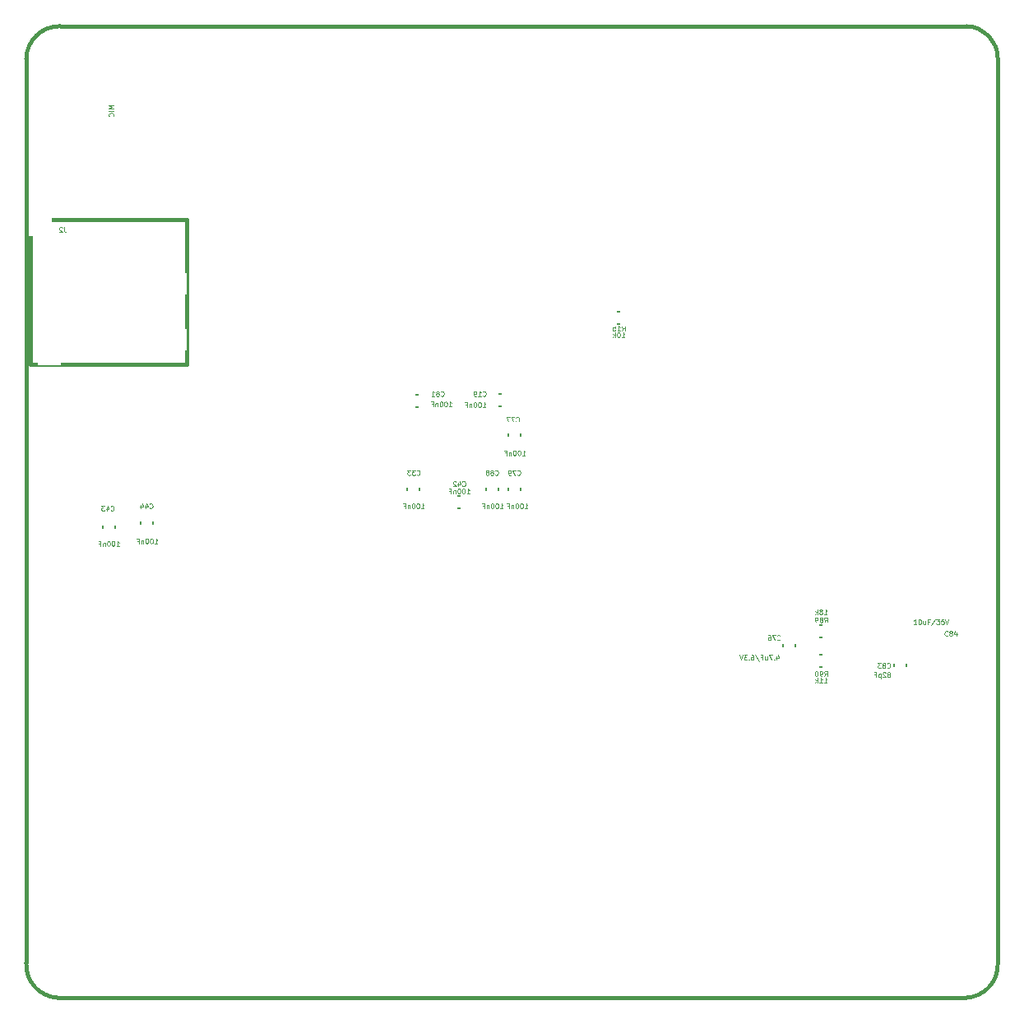
<source format=gbo>
G04 #@! TF.FileFunction,Legend,Bot*
%FSLAX46Y46*%
G04 Gerber Fmt 4.6, Leading zero omitted, Abs format (unit mm)*
G04 Created by KiCad (PCBNEW no-vcs-found-product) date Tue 29 Sep 2015 08:38:25 PM CEST*
%MOMM*%
G01*
G04 APERTURE LIST*
%ADD10C,0.150000*%
%ADD11C,0.381000*%
%ADD12C,0.127000*%
%ADD13C,0.114300*%
%ADD14R,2.032000X2.032000*%
%ADD15C,2.032000*%
%ADD16R,2.009140X1.308100*%
%ADD17R,1.907540X2.308860*%
%ADD18R,2.407920X1.907540*%
%ADD19R,1.508760X1.508760*%
%ADD20C,1.508760*%
%ADD21R,1.143000X1.651000*%
%ADD22R,1.651000X1.143000*%
%ADD23C,6.507480*%
%ADD24R,2.413000X2.413000*%
%ADD25C,2.413000*%
%ADD26C,1.778000*%
%ADD27C,1.905000*%
%ADD28R,2.540000X2.032000*%
%ADD29C,3.208020*%
%ADD30C,2.506980*%
%ADD31O,3.556000X2.032000*%
%ADD32O,2.032000X3.556000*%
%ADD33C,0.254000*%
G04 APERTURE END LIST*
D10*
D11*
X100012500Y-3365500D02*
X100012500Y-96456500D01*
X3556000Y0D02*
X96774000Y0D01*
X0Y-96329500D02*
X0Y-3365500D01*
X96710500Y-100012500D02*
X3238500Y-100012500D01*
X3492500Y0D02*
G75*
G03X0Y-3365500I-63500J-3429000D01*
G01*
X0Y-96393000D02*
G75*
G03X3238500Y-100012500I3429000J-190500D01*
G01*
X96710500Y-100012500D02*
G75*
G03X100012500Y-96456500I-127000J3429000D01*
G01*
X100012500Y-3365500D02*
G75*
G03X96774000Y0I-3302000J63500D01*
G01*
X414020Y-34795460D02*
X414020Y-19895820D01*
X16413480Y-19895820D02*
X16512540Y-19895820D01*
X16512540Y-19895820D02*
X16512540Y-20096480D01*
X414020Y-19895820D02*
X16413480Y-19895820D01*
X16512540Y-34798000D02*
X16512540Y-20096480D01*
X414020Y-34795460D02*
X16512540Y-34795460D01*
D12*
X43434000Y-49657000D02*
X45720000Y-49657000D01*
X45720000Y-49657000D02*
X45720000Y-48387000D01*
X45720000Y-48387000D02*
X43434000Y-48387000D01*
X43434000Y-48387000D02*
X43434000Y-49657000D01*
X49911000Y-37846000D02*
X47625000Y-37846000D01*
X47625000Y-37846000D02*
X47625000Y-39116000D01*
X47625000Y-39116000D02*
X49911000Y-39116000D01*
X49911000Y-39116000D02*
X49911000Y-37846000D01*
X39243000Y-46545500D02*
X39243000Y-48831500D01*
X39243000Y-48831500D02*
X40513000Y-48831500D01*
X40513000Y-48831500D02*
X40513000Y-46545500D01*
X40513000Y-46545500D02*
X39243000Y-46545500D01*
X82969100Y-64693800D02*
X80683100Y-64693800D01*
X80683100Y-64693800D02*
X80683100Y-65963800D01*
X80683100Y-65963800D02*
X82969100Y-65963800D01*
X82969100Y-65963800D02*
X82969100Y-64693800D01*
X80683100Y-62915800D02*
X82969100Y-62915800D01*
X82969100Y-62915800D02*
X82969100Y-61645800D01*
X82969100Y-61645800D02*
X80683100Y-61645800D01*
X80683100Y-61645800D02*
X80683100Y-62915800D01*
X62103000Y-29400500D02*
X59817000Y-29400500D01*
X59817000Y-29400500D02*
X59817000Y-30670500D01*
X59817000Y-30670500D02*
X62103000Y-30670500D01*
X62103000Y-30670500D02*
X62103000Y-29400500D01*
X89319100Y-64630300D02*
X89319100Y-66916300D01*
X89319100Y-66916300D02*
X90589100Y-66916300D01*
X90589100Y-66916300D02*
X90589100Y-64630300D01*
X90589100Y-64630300D02*
X89319100Y-64630300D01*
X77889100Y-62661800D02*
X77889100Y-64947800D01*
X77889100Y-64947800D02*
X79159100Y-64947800D01*
X79159100Y-64947800D02*
X79159100Y-62661800D01*
X79159100Y-62661800D02*
X77889100Y-62661800D01*
X48577500Y-48831500D02*
X48577500Y-46545500D01*
X48577500Y-46545500D02*
X47307500Y-46545500D01*
X47307500Y-46545500D02*
X47307500Y-48831500D01*
X47307500Y-48831500D02*
X48577500Y-48831500D01*
X41338500Y-37909500D02*
X39052500Y-37909500D01*
X39052500Y-37909500D02*
X39052500Y-39179500D01*
X39052500Y-39179500D02*
X41338500Y-39179500D01*
X41338500Y-39179500D02*
X41338500Y-37909500D01*
X50863500Y-48831500D02*
X50863500Y-46545500D01*
X50863500Y-46545500D02*
X49593500Y-46545500D01*
X49593500Y-46545500D02*
X49593500Y-48831500D01*
X49593500Y-48831500D02*
X50863500Y-48831500D01*
X49593500Y-40957500D02*
X49593500Y-43243500D01*
X49593500Y-43243500D02*
X50863500Y-43243500D01*
X50863500Y-43243500D02*
X50863500Y-40957500D01*
X50863500Y-40957500D02*
X49593500Y-40957500D01*
X11811000Y-50038000D02*
X11811000Y-52324000D01*
X11811000Y-52324000D02*
X13081000Y-52324000D01*
X13081000Y-52324000D02*
X13081000Y-50038000D01*
X13081000Y-50038000D02*
X11811000Y-50038000D01*
X7874000Y-50419000D02*
X7874000Y-52705000D01*
X7874000Y-52705000D02*
X9144000Y-52705000D01*
X9144000Y-52705000D02*
X9144000Y-50419000D01*
X9144000Y-50419000D02*
X7874000Y-50419000D01*
X91986100Y-61836300D02*
X94272100Y-61836300D01*
X94272100Y-61836300D02*
X94272100Y-63487300D01*
X91986100Y-65265300D02*
X91986100Y-66916300D01*
X91986100Y-66916300D02*
X94272100Y-66916300D01*
X94272100Y-66916300D02*
X94272100Y-65265300D01*
X91986100Y-63487300D02*
X91986100Y-61836300D01*
D13*
X3913293Y-20680982D02*
X3913293Y-21038397D01*
X3937121Y-21109880D01*
X3984776Y-21157535D01*
X4056259Y-21181362D01*
X4103914Y-21181362D01*
X3698845Y-20728638D02*
X3675017Y-20704810D01*
X3627362Y-20680982D01*
X3508224Y-20680982D01*
X3460568Y-20704810D01*
X3436741Y-20728638D01*
X3412913Y-20776293D01*
X3412913Y-20823948D01*
X3436741Y-20895431D01*
X3722672Y-21181362D01*
X3412913Y-21181362D01*
X8989362Y-8155759D02*
X8488982Y-8155759D01*
X8846397Y-8322552D01*
X8488982Y-8489346D01*
X8989362Y-8489346D01*
X8989362Y-8727622D02*
X8488982Y-8727622D01*
X8941707Y-9251830D02*
X8965535Y-9228002D01*
X8989362Y-9156519D01*
X8989362Y-9108864D01*
X8965535Y-9037381D01*
X8917880Y-8989726D01*
X8870224Y-8965898D01*
X8774914Y-8942070D01*
X8703431Y-8942070D01*
X8608120Y-8965898D01*
X8560465Y-8989726D01*
X8512810Y-9037381D01*
X8488982Y-9108864D01*
X8488982Y-9156519D01*
X8512810Y-9228002D01*
X8536638Y-9251830D01*
X8989362Y-9752210D02*
X8751086Y-9585416D01*
X8989362Y-9466278D02*
X8488982Y-9466278D01*
X8488982Y-9656899D01*
X8512810Y-9704554D01*
X8536638Y-9728382D01*
X8584293Y-9752210D01*
X8655776Y-9752210D01*
X8703431Y-9728382D01*
X8727259Y-9704554D01*
X8751086Y-9656899D01*
X8751086Y-9466278D01*
X8488982Y-10061969D02*
X8488982Y-10157279D01*
X8512810Y-10204934D01*
X8560465Y-10252590D01*
X8655776Y-10276417D01*
X8822569Y-10276417D01*
X8917880Y-10252590D01*
X8965535Y-10204934D01*
X8989362Y-10157279D01*
X8989362Y-10061969D01*
X8965535Y-10014313D01*
X8917880Y-9966658D01*
X8822569Y-9942830D01*
X8655776Y-9942830D01*
X8560465Y-9966658D01*
X8512810Y-10014313D01*
X8488982Y-10061969D01*
X8965535Y-10467038D02*
X8989362Y-10538521D01*
X8989362Y-10657659D01*
X8965535Y-10705315D01*
X8941707Y-10729142D01*
X8894052Y-10752970D01*
X8846397Y-10752970D01*
X8798741Y-10729142D01*
X8774914Y-10705315D01*
X8751086Y-10657659D01*
X8727259Y-10562349D01*
X8703431Y-10514694D01*
X8679603Y-10490866D01*
X8631948Y-10467038D01*
X8584293Y-10467038D01*
X8536638Y-10490866D01*
X8512810Y-10514694D01*
X8488982Y-10562349D01*
X8488982Y-10681487D01*
X8512810Y-10752970D01*
X8989362Y-10967418D02*
X8488982Y-10967418D01*
X8488982Y-11086556D01*
X8512810Y-11158039D01*
X8560465Y-11205694D01*
X8608120Y-11229522D01*
X8703431Y-11253350D01*
X8774914Y-11253350D01*
X8870224Y-11229522D01*
X8917880Y-11205694D01*
X8965535Y-11158039D01*
X8989362Y-11086556D01*
X8989362Y-10967418D01*
X44898672Y-47295707D02*
X44922500Y-47319535D01*
X44993983Y-47343362D01*
X45041638Y-47343362D01*
X45113121Y-47319535D01*
X45160776Y-47271880D01*
X45184604Y-47224224D01*
X45208432Y-47128914D01*
X45208432Y-47057431D01*
X45184604Y-46962120D01*
X45160776Y-46914465D01*
X45113121Y-46866810D01*
X45041638Y-46842982D01*
X44993983Y-46842982D01*
X44922500Y-46866810D01*
X44898672Y-46890638D01*
X44469775Y-47009776D02*
X44469775Y-47343362D01*
X44588913Y-46819155D02*
X44708052Y-47176569D01*
X44398292Y-47176569D01*
X44231500Y-46890638D02*
X44207672Y-46866810D01*
X44160017Y-46842982D01*
X44040879Y-46842982D01*
X43993223Y-46866810D01*
X43969396Y-46890638D01*
X43945568Y-46938293D01*
X43945568Y-46985948D01*
X43969396Y-47057431D01*
X44255327Y-47343362D01*
X43945568Y-47343362D01*
X45351397Y-48105362D02*
X45637329Y-48105362D01*
X45494363Y-48105362D02*
X45494363Y-47604982D01*
X45542018Y-47676465D01*
X45589673Y-47724120D01*
X45637329Y-47747948D01*
X45041638Y-47604982D02*
X44993983Y-47604982D01*
X44946328Y-47628810D01*
X44922500Y-47652638D01*
X44898673Y-47700293D01*
X44874845Y-47795603D01*
X44874845Y-47914741D01*
X44898673Y-48010052D01*
X44922500Y-48057707D01*
X44946328Y-48081535D01*
X44993983Y-48105362D01*
X45041638Y-48105362D01*
X45089294Y-48081535D01*
X45113121Y-48057707D01*
X45136949Y-48010052D01*
X45160777Y-47914741D01*
X45160777Y-47795603D01*
X45136949Y-47700293D01*
X45113121Y-47652638D01*
X45089294Y-47628810D01*
X45041638Y-47604982D01*
X44565086Y-47604982D02*
X44517431Y-47604982D01*
X44469776Y-47628810D01*
X44445948Y-47652638D01*
X44422121Y-47700293D01*
X44398293Y-47795603D01*
X44398293Y-47914741D01*
X44422121Y-48010052D01*
X44445948Y-48057707D01*
X44469776Y-48081535D01*
X44517431Y-48105362D01*
X44565086Y-48105362D01*
X44612742Y-48081535D01*
X44636569Y-48057707D01*
X44660397Y-48010052D01*
X44684225Y-47914741D01*
X44684225Y-47795603D01*
X44660397Y-47700293D01*
X44636569Y-47652638D01*
X44612742Y-47628810D01*
X44565086Y-47604982D01*
X44183845Y-47771776D02*
X44183845Y-48105362D01*
X44183845Y-47819431D02*
X44160017Y-47795603D01*
X44112362Y-47771776D01*
X44040879Y-47771776D01*
X43993224Y-47795603D01*
X43969396Y-47843259D01*
X43969396Y-48105362D01*
X43564327Y-47843259D02*
X43731120Y-47843259D01*
X43731120Y-48105362D02*
X43731120Y-47604982D01*
X43492844Y-47604982D01*
X46994172Y-38024707D02*
X47018000Y-38048535D01*
X47089483Y-38072362D01*
X47137138Y-38072362D01*
X47208621Y-38048535D01*
X47256276Y-38000880D01*
X47280104Y-37953224D01*
X47303932Y-37857914D01*
X47303932Y-37786431D01*
X47280104Y-37691120D01*
X47256276Y-37643465D01*
X47208621Y-37595810D01*
X47137138Y-37571982D01*
X47089483Y-37571982D01*
X47018000Y-37595810D01*
X46994172Y-37619638D01*
X46517620Y-38072362D02*
X46803552Y-38072362D01*
X46660586Y-38072362D02*
X46660586Y-37571982D01*
X46708241Y-37643465D01*
X46755896Y-37691120D01*
X46803552Y-37714948D01*
X46279344Y-38072362D02*
X46184034Y-38072362D01*
X46136379Y-38048535D01*
X46112551Y-38024707D01*
X46064896Y-37953224D01*
X46041068Y-37857914D01*
X46041068Y-37667293D01*
X46064896Y-37619638D01*
X46088723Y-37595810D01*
X46136379Y-37571982D01*
X46231689Y-37571982D01*
X46279344Y-37595810D01*
X46303172Y-37619638D01*
X46327000Y-37667293D01*
X46327000Y-37786431D01*
X46303172Y-37834086D01*
X46279344Y-37857914D01*
X46231689Y-37881741D01*
X46136379Y-37881741D01*
X46088723Y-37857914D01*
X46064896Y-37834086D01*
X46041068Y-37786431D01*
X47002397Y-39215362D02*
X47288329Y-39215362D01*
X47145363Y-39215362D02*
X47145363Y-38714982D01*
X47193018Y-38786465D01*
X47240673Y-38834120D01*
X47288329Y-38857948D01*
X46692638Y-38714982D02*
X46644983Y-38714982D01*
X46597328Y-38738810D01*
X46573500Y-38762638D01*
X46549673Y-38810293D01*
X46525845Y-38905603D01*
X46525845Y-39024741D01*
X46549673Y-39120052D01*
X46573500Y-39167707D01*
X46597328Y-39191535D01*
X46644983Y-39215362D01*
X46692638Y-39215362D01*
X46740294Y-39191535D01*
X46764121Y-39167707D01*
X46787949Y-39120052D01*
X46811777Y-39024741D01*
X46811777Y-38905603D01*
X46787949Y-38810293D01*
X46764121Y-38762638D01*
X46740294Y-38738810D01*
X46692638Y-38714982D01*
X46216086Y-38714982D02*
X46168431Y-38714982D01*
X46120776Y-38738810D01*
X46096948Y-38762638D01*
X46073121Y-38810293D01*
X46049293Y-38905603D01*
X46049293Y-39024741D01*
X46073121Y-39120052D01*
X46096948Y-39167707D01*
X46120776Y-39191535D01*
X46168431Y-39215362D01*
X46216086Y-39215362D01*
X46263742Y-39191535D01*
X46287569Y-39167707D01*
X46311397Y-39120052D01*
X46335225Y-39024741D01*
X46335225Y-38905603D01*
X46311397Y-38810293D01*
X46287569Y-38762638D01*
X46263742Y-38738810D01*
X46216086Y-38714982D01*
X45834845Y-38881776D02*
X45834845Y-39215362D01*
X45834845Y-38929431D02*
X45811017Y-38905603D01*
X45763362Y-38881776D01*
X45691879Y-38881776D01*
X45644224Y-38905603D01*
X45620396Y-38953259D01*
X45620396Y-39215362D01*
X45215327Y-38953259D02*
X45382120Y-38953259D01*
X45382120Y-39215362D02*
X45382120Y-38714982D01*
X45143844Y-38714982D01*
X40199672Y-46152707D02*
X40223500Y-46176535D01*
X40294983Y-46200362D01*
X40342638Y-46200362D01*
X40414121Y-46176535D01*
X40461776Y-46128880D01*
X40485604Y-46081224D01*
X40509432Y-45985914D01*
X40509432Y-45914431D01*
X40485604Y-45819120D01*
X40461776Y-45771465D01*
X40414121Y-45723810D01*
X40342638Y-45699982D01*
X40294983Y-45699982D01*
X40223500Y-45723810D01*
X40199672Y-45747638D01*
X40032879Y-45699982D02*
X39723120Y-45699982D01*
X39889913Y-45890603D01*
X39818431Y-45890603D01*
X39770775Y-45914431D01*
X39746948Y-45938259D01*
X39723120Y-45985914D01*
X39723120Y-46105052D01*
X39746948Y-46152707D01*
X39770775Y-46176535D01*
X39818431Y-46200362D01*
X39961396Y-46200362D01*
X40009052Y-46176535D01*
X40032879Y-46152707D01*
X39556327Y-45699982D02*
X39246568Y-45699982D01*
X39413361Y-45890603D01*
X39341879Y-45890603D01*
X39294223Y-45914431D01*
X39270396Y-45938259D01*
X39246568Y-45985914D01*
X39246568Y-46105052D01*
X39270396Y-46152707D01*
X39294223Y-46176535D01*
X39341879Y-46200362D01*
X39484844Y-46200362D01*
X39532500Y-46176535D01*
X39556327Y-46152707D01*
X40652397Y-49629362D02*
X40938329Y-49629362D01*
X40795363Y-49629362D02*
X40795363Y-49128982D01*
X40843018Y-49200465D01*
X40890673Y-49248120D01*
X40938329Y-49271948D01*
X40342638Y-49128982D02*
X40294983Y-49128982D01*
X40247328Y-49152810D01*
X40223500Y-49176638D01*
X40199673Y-49224293D01*
X40175845Y-49319603D01*
X40175845Y-49438741D01*
X40199673Y-49534052D01*
X40223500Y-49581707D01*
X40247328Y-49605535D01*
X40294983Y-49629362D01*
X40342638Y-49629362D01*
X40390294Y-49605535D01*
X40414121Y-49581707D01*
X40437949Y-49534052D01*
X40461777Y-49438741D01*
X40461777Y-49319603D01*
X40437949Y-49224293D01*
X40414121Y-49176638D01*
X40390294Y-49152810D01*
X40342638Y-49128982D01*
X39866086Y-49128982D02*
X39818431Y-49128982D01*
X39770776Y-49152810D01*
X39746948Y-49176638D01*
X39723121Y-49224293D01*
X39699293Y-49319603D01*
X39699293Y-49438741D01*
X39723121Y-49534052D01*
X39746948Y-49581707D01*
X39770776Y-49605535D01*
X39818431Y-49629362D01*
X39866086Y-49629362D01*
X39913742Y-49605535D01*
X39937569Y-49581707D01*
X39961397Y-49534052D01*
X39985225Y-49438741D01*
X39985225Y-49319603D01*
X39961397Y-49224293D01*
X39937569Y-49176638D01*
X39913742Y-49152810D01*
X39866086Y-49128982D01*
X39484845Y-49295776D02*
X39484845Y-49629362D01*
X39484845Y-49343431D02*
X39461017Y-49319603D01*
X39413362Y-49295776D01*
X39341879Y-49295776D01*
X39294224Y-49319603D01*
X39270396Y-49367259D01*
X39270396Y-49629362D01*
X38865327Y-49367259D02*
X39032120Y-49367259D01*
X39032120Y-49629362D02*
X39032120Y-49128982D01*
X38793844Y-49128982D01*
X82147772Y-66888662D02*
X82314566Y-66650386D01*
X82433704Y-66888662D02*
X82433704Y-66388282D01*
X82243083Y-66388282D01*
X82195428Y-66412110D01*
X82171600Y-66435938D01*
X82147772Y-66483593D01*
X82147772Y-66555076D01*
X82171600Y-66602731D01*
X82195428Y-66626559D01*
X82243083Y-66650386D01*
X82433704Y-66650386D01*
X81909496Y-66888662D02*
X81814186Y-66888662D01*
X81766531Y-66864835D01*
X81742703Y-66841007D01*
X81695048Y-66769524D01*
X81671220Y-66674214D01*
X81671220Y-66483593D01*
X81695048Y-66435938D01*
X81718875Y-66412110D01*
X81766531Y-66388282D01*
X81861841Y-66388282D01*
X81909496Y-66412110D01*
X81933324Y-66435938D01*
X81957152Y-66483593D01*
X81957152Y-66602731D01*
X81933324Y-66650386D01*
X81909496Y-66674214D01*
X81861841Y-66698041D01*
X81766531Y-66698041D01*
X81718875Y-66674214D01*
X81695048Y-66650386D01*
X81671220Y-66602731D01*
X81361461Y-66388282D02*
X81313806Y-66388282D01*
X81266151Y-66412110D01*
X81242323Y-66435938D01*
X81218496Y-66483593D01*
X81194668Y-66578903D01*
X81194668Y-66698041D01*
X81218496Y-66793352D01*
X81242323Y-66841007D01*
X81266151Y-66864835D01*
X81313806Y-66888662D01*
X81361461Y-66888662D01*
X81409117Y-66864835D01*
X81432944Y-66841007D01*
X81456772Y-66793352D01*
X81480600Y-66698041D01*
X81480600Y-66578903D01*
X81456772Y-66483593D01*
X81432944Y-66435938D01*
X81409117Y-66412110D01*
X81361461Y-66388282D01*
X82123945Y-67587162D02*
X82409877Y-67587162D01*
X82266911Y-67587162D02*
X82266911Y-67086782D01*
X82314566Y-67158265D01*
X82362221Y-67205920D01*
X82409877Y-67229748D01*
X81647393Y-67587162D02*
X81933325Y-67587162D01*
X81790359Y-67587162D02*
X81790359Y-67086782D01*
X81838014Y-67158265D01*
X81885669Y-67205920D01*
X81933325Y-67229748D01*
X81432945Y-67587162D02*
X81432945Y-67086782D01*
X81385290Y-67396541D02*
X81242324Y-67587162D01*
X81242324Y-67253576D02*
X81432945Y-67444197D01*
X82147772Y-61364162D02*
X82314566Y-61125886D01*
X82433704Y-61364162D02*
X82433704Y-60863782D01*
X82243083Y-60863782D01*
X82195428Y-60887610D01*
X82171600Y-60911438D01*
X82147772Y-60959093D01*
X82147772Y-61030576D01*
X82171600Y-61078231D01*
X82195428Y-61102059D01*
X82243083Y-61125886D01*
X82433704Y-61125886D01*
X81861841Y-61078231D02*
X81909496Y-61054403D01*
X81933324Y-61030576D01*
X81957152Y-60982920D01*
X81957152Y-60959093D01*
X81933324Y-60911438D01*
X81909496Y-60887610D01*
X81861841Y-60863782D01*
X81766531Y-60863782D01*
X81718875Y-60887610D01*
X81695048Y-60911438D01*
X81671220Y-60959093D01*
X81671220Y-60982920D01*
X81695048Y-61030576D01*
X81718875Y-61054403D01*
X81766531Y-61078231D01*
X81861841Y-61078231D01*
X81909496Y-61102059D01*
X81933324Y-61125886D01*
X81957152Y-61173541D01*
X81957152Y-61268852D01*
X81933324Y-61316507D01*
X81909496Y-61340335D01*
X81861841Y-61364162D01*
X81766531Y-61364162D01*
X81718875Y-61340335D01*
X81695048Y-61316507D01*
X81671220Y-61268852D01*
X81671220Y-61173541D01*
X81695048Y-61125886D01*
X81718875Y-61102059D01*
X81766531Y-61078231D01*
X81432944Y-61364162D02*
X81337634Y-61364162D01*
X81289979Y-61340335D01*
X81266151Y-61316507D01*
X81218496Y-61245024D01*
X81194668Y-61149714D01*
X81194668Y-60959093D01*
X81218496Y-60911438D01*
X81242323Y-60887610D01*
X81289979Y-60863782D01*
X81385289Y-60863782D01*
X81432944Y-60887610D01*
X81456772Y-60911438D01*
X81480600Y-60959093D01*
X81480600Y-61078231D01*
X81456772Y-61125886D01*
X81432944Y-61149714D01*
X81385289Y-61173541D01*
X81289979Y-61173541D01*
X81242323Y-61149714D01*
X81218496Y-61125886D01*
X81194668Y-61078231D01*
X82123945Y-60538662D02*
X82409877Y-60538662D01*
X82266911Y-60538662D02*
X82266911Y-60038282D01*
X82314566Y-60109765D01*
X82362221Y-60157420D01*
X82409877Y-60181248D01*
X81838014Y-60252731D02*
X81885669Y-60228903D01*
X81909497Y-60205076D01*
X81933325Y-60157420D01*
X81933325Y-60133593D01*
X81909497Y-60085938D01*
X81885669Y-60062110D01*
X81838014Y-60038282D01*
X81742704Y-60038282D01*
X81695048Y-60062110D01*
X81671221Y-60085938D01*
X81647393Y-60133593D01*
X81647393Y-60157420D01*
X81671221Y-60205076D01*
X81695048Y-60228903D01*
X81742704Y-60252731D01*
X81838014Y-60252731D01*
X81885669Y-60276559D01*
X81909497Y-60300386D01*
X81933325Y-60348041D01*
X81933325Y-60443352D01*
X81909497Y-60491007D01*
X81885669Y-60514835D01*
X81838014Y-60538662D01*
X81742704Y-60538662D01*
X81695048Y-60514835D01*
X81671221Y-60491007D01*
X81647393Y-60443352D01*
X81647393Y-60348041D01*
X81671221Y-60300386D01*
X81695048Y-60276559D01*
X81742704Y-60252731D01*
X81432945Y-60538662D02*
X81432945Y-60038282D01*
X81385290Y-60348041D02*
X81242324Y-60538662D01*
X81242324Y-60205076D02*
X81432945Y-60395697D01*
X61322312Y-31326122D02*
X61489106Y-31087846D01*
X61608244Y-31326122D02*
X61608244Y-30825742D01*
X61417623Y-30825742D01*
X61369968Y-30849570D01*
X61346140Y-30873398D01*
X61322312Y-30921053D01*
X61322312Y-30992536D01*
X61346140Y-31040191D01*
X61369968Y-31064019D01*
X61417623Y-31087846D01*
X61608244Y-31087846D01*
X60845760Y-31326122D02*
X61131692Y-31326122D01*
X60988726Y-31326122D02*
X60988726Y-30825742D01*
X61036381Y-30897225D01*
X61084036Y-30944880D01*
X61131692Y-30968708D01*
X60393036Y-30825742D02*
X60631312Y-30825742D01*
X60655140Y-31064019D01*
X60631312Y-31040191D01*
X60583657Y-31016363D01*
X60464519Y-31016363D01*
X60416863Y-31040191D01*
X60393036Y-31064019D01*
X60369208Y-31111674D01*
X60369208Y-31230812D01*
X60393036Y-31278467D01*
X60416863Y-31302295D01*
X60464519Y-31326122D01*
X60583657Y-31326122D01*
X60631312Y-31302295D01*
X60655140Y-31278467D01*
X61298485Y-32027162D02*
X61584417Y-32027162D01*
X61441451Y-32027162D02*
X61441451Y-31526782D01*
X61489106Y-31598265D01*
X61536761Y-31645920D01*
X61584417Y-31669748D01*
X60988726Y-31526782D02*
X60941071Y-31526782D01*
X60893416Y-31550610D01*
X60869588Y-31574438D01*
X60845761Y-31622093D01*
X60821933Y-31717403D01*
X60821933Y-31836541D01*
X60845761Y-31931852D01*
X60869588Y-31979507D01*
X60893416Y-32003335D01*
X60941071Y-32027162D01*
X60988726Y-32027162D01*
X61036382Y-32003335D01*
X61060209Y-31979507D01*
X61084037Y-31931852D01*
X61107865Y-31836541D01*
X61107865Y-31717403D01*
X61084037Y-31622093D01*
X61060209Y-31574438D01*
X61036382Y-31550610D01*
X60988726Y-31526782D01*
X60607485Y-32027162D02*
X60607485Y-31526782D01*
X60559830Y-31836541D02*
X60416864Y-32027162D01*
X60416864Y-31693576D02*
X60607485Y-31884197D01*
X88624772Y-66015507D02*
X88648600Y-66039335D01*
X88720083Y-66063162D01*
X88767738Y-66063162D01*
X88839221Y-66039335D01*
X88886876Y-65991680D01*
X88910704Y-65944024D01*
X88934532Y-65848714D01*
X88934532Y-65777231D01*
X88910704Y-65681920D01*
X88886876Y-65634265D01*
X88839221Y-65586610D01*
X88767738Y-65562782D01*
X88720083Y-65562782D01*
X88648600Y-65586610D01*
X88624772Y-65610438D01*
X88338841Y-65777231D02*
X88386496Y-65753403D01*
X88410324Y-65729576D01*
X88434152Y-65681920D01*
X88434152Y-65658093D01*
X88410324Y-65610438D01*
X88386496Y-65586610D01*
X88338841Y-65562782D01*
X88243531Y-65562782D01*
X88195875Y-65586610D01*
X88172048Y-65610438D01*
X88148220Y-65658093D01*
X88148220Y-65681920D01*
X88172048Y-65729576D01*
X88195875Y-65753403D01*
X88243531Y-65777231D01*
X88338841Y-65777231D01*
X88386496Y-65801059D01*
X88410324Y-65824886D01*
X88434152Y-65872541D01*
X88434152Y-65967852D01*
X88410324Y-66015507D01*
X88386496Y-66039335D01*
X88338841Y-66063162D01*
X88243531Y-66063162D01*
X88195875Y-66039335D01*
X88172048Y-66015507D01*
X88148220Y-65967852D01*
X88148220Y-65872541D01*
X88172048Y-65824886D01*
X88195875Y-65801059D01*
X88243531Y-65777231D01*
X87981427Y-65562782D02*
X87671668Y-65562782D01*
X87838461Y-65753403D01*
X87766979Y-65753403D01*
X87719323Y-65777231D01*
X87695496Y-65801059D01*
X87671668Y-65848714D01*
X87671668Y-65967852D01*
X87695496Y-66015507D01*
X87719323Y-66039335D01*
X87766979Y-66063162D01*
X87909944Y-66063162D01*
X87957600Y-66039335D01*
X87981427Y-66015507D01*
X88839342Y-66729731D02*
X88886997Y-66705903D01*
X88910825Y-66682076D01*
X88934653Y-66634420D01*
X88934653Y-66610593D01*
X88910825Y-66562938D01*
X88886997Y-66539110D01*
X88839342Y-66515282D01*
X88744032Y-66515282D01*
X88696376Y-66539110D01*
X88672549Y-66562938D01*
X88648721Y-66610593D01*
X88648721Y-66634420D01*
X88672549Y-66682076D01*
X88696376Y-66705903D01*
X88744032Y-66729731D01*
X88839342Y-66729731D01*
X88886997Y-66753559D01*
X88910825Y-66777386D01*
X88934653Y-66825041D01*
X88934653Y-66920352D01*
X88910825Y-66968007D01*
X88886997Y-66991835D01*
X88839342Y-67015662D01*
X88744032Y-67015662D01*
X88696376Y-66991835D01*
X88672549Y-66968007D01*
X88648721Y-66920352D01*
X88648721Y-66825041D01*
X88672549Y-66777386D01*
X88696376Y-66753559D01*
X88744032Y-66729731D01*
X88458101Y-66562938D02*
X88434273Y-66539110D01*
X88386618Y-66515282D01*
X88267480Y-66515282D01*
X88219824Y-66539110D01*
X88195997Y-66562938D01*
X88172169Y-66610593D01*
X88172169Y-66658248D01*
X88195997Y-66729731D01*
X88481928Y-67015662D01*
X88172169Y-67015662D01*
X87957721Y-66682076D02*
X87957721Y-67182456D01*
X87957721Y-66705903D02*
X87910066Y-66682076D01*
X87814755Y-66682076D01*
X87767100Y-66705903D01*
X87743272Y-66729731D01*
X87719445Y-66777386D01*
X87719445Y-66920352D01*
X87743272Y-66968007D01*
X87767100Y-66991835D01*
X87814755Y-67015662D01*
X87910066Y-67015662D01*
X87957721Y-66991835D01*
X87338203Y-66753559D02*
X87504996Y-66753559D01*
X87504996Y-67015662D02*
X87504996Y-66515282D01*
X87266720Y-66515282D01*
X77321772Y-63158007D02*
X77345600Y-63181835D01*
X77417083Y-63205662D01*
X77464738Y-63205662D01*
X77536221Y-63181835D01*
X77583876Y-63134180D01*
X77607704Y-63086524D01*
X77631532Y-62991214D01*
X77631532Y-62919731D01*
X77607704Y-62824420D01*
X77583876Y-62776765D01*
X77536221Y-62729110D01*
X77464738Y-62705282D01*
X77417083Y-62705282D01*
X77345600Y-62729110D01*
X77321772Y-62752938D01*
X77154979Y-62705282D02*
X76821392Y-62705282D01*
X77035841Y-63205662D01*
X76416323Y-62705282D02*
X76511634Y-62705282D01*
X76559289Y-62729110D01*
X76583117Y-62752938D01*
X76630772Y-62824420D01*
X76654600Y-62919731D01*
X76654600Y-63110352D01*
X76630772Y-63158007D01*
X76606944Y-63181835D01*
X76559289Y-63205662D01*
X76463979Y-63205662D01*
X76416323Y-63181835D01*
X76392496Y-63158007D01*
X76368668Y-63110352D01*
X76368668Y-62991214D01*
X76392496Y-62943559D01*
X76416323Y-62919731D01*
X76463979Y-62895903D01*
X76559289Y-62895903D01*
X76606944Y-62919731D01*
X76630772Y-62943559D01*
X76654600Y-62991214D01*
X77251256Y-64904076D02*
X77251256Y-65237662D01*
X77370394Y-64713455D02*
X77489533Y-65070869D01*
X77179773Y-65070869D01*
X76989153Y-65190007D02*
X76965325Y-65213835D01*
X76989153Y-65237662D01*
X77012981Y-65213835D01*
X76989153Y-65190007D01*
X76989153Y-65237662D01*
X76798532Y-64737282D02*
X76464945Y-64737282D01*
X76679394Y-65237662D01*
X76059876Y-64904076D02*
X76059876Y-65237662D01*
X76274325Y-64904076D02*
X76274325Y-65166180D01*
X76250497Y-65213835D01*
X76202842Y-65237662D01*
X76131359Y-65237662D01*
X76083704Y-65213835D01*
X76059876Y-65190007D01*
X75654807Y-64975559D02*
X75821600Y-64975559D01*
X75821600Y-65237662D02*
X75821600Y-64737282D01*
X75583324Y-64737282D01*
X75035289Y-64713455D02*
X75464186Y-65356800D01*
X74654046Y-64737282D02*
X74749357Y-64737282D01*
X74797012Y-64761110D01*
X74820840Y-64784938D01*
X74868495Y-64856420D01*
X74892323Y-64951731D01*
X74892323Y-65142352D01*
X74868495Y-65190007D01*
X74844667Y-65213835D01*
X74797012Y-65237662D01*
X74701702Y-65237662D01*
X74654046Y-65213835D01*
X74630219Y-65190007D01*
X74606391Y-65142352D01*
X74606391Y-65023214D01*
X74630219Y-64975559D01*
X74654046Y-64951731D01*
X74701702Y-64927903D01*
X74797012Y-64927903D01*
X74844667Y-64951731D01*
X74868495Y-64975559D01*
X74892323Y-65023214D01*
X74391943Y-65190007D02*
X74368115Y-65213835D01*
X74391943Y-65237662D01*
X74415771Y-65213835D01*
X74391943Y-65190007D01*
X74391943Y-65237662D01*
X74201322Y-64737282D02*
X73891563Y-64737282D01*
X74058356Y-64927903D01*
X73986874Y-64927903D01*
X73939218Y-64951731D01*
X73915391Y-64975559D01*
X73891563Y-65023214D01*
X73891563Y-65142352D01*
X73915391Y-65190007D01*
X73939218Y-65213835D01*
X73986874Y-65237662D01*
X74129839Y-65237662D01*
X74177495Y-65213835D01*
X74201322Y-65190007D01*
X73748598Y-64737282D02*
X73581804Y-65237662D01*
X73415011Y-64737282D01*
X48264172Y-46152707D02*
X48288000Y-46176535D01*
X48359483Y-46200362D01*
X48407138Y-46200362D01*
X48478621Y-46176535D01*
X48526276Y-46128880D01*
X48550104Y-46081224D01*
X48573932Y-45985914D01*
X48573932Y-45914431D01*
X48550104Y-45819120D01*
X48526276Y-45771465D01*
X48478621Y-45723810D01*
X48407138Y-45699982D01*
X48359483Y-45699982D01*
X48288000Y-45723810D01*
X48264172Y-45747638D01*
X47978241Y-45914431D02*
X48025896Y-45890603D01*
X48049724Y-45866776D01*
X48073552Y-45819120D01*
X48073552Y-45795293D01*
X48049724Y-45747638D01*
X48025896Y-45723810D01*
X47978241Y-45699982D01*
X47882931Y-45699982D01*
X47835275Y-45723810D01*
X47811448Y-45747638D01*
X47787620Y-45795293D01*
X47787620Y-45819120D01*
X47811448Y-45866776D01*
X47835275Y-45890603D01*
X47882931Y-45914431D01*
X47978241Y-45914431D01*
X48025896Y-45938259D01*
X48049724Y-45962086D01*
X48073552Y-46009741D01*
X48073552Y-46105052D01*
X48049724Y-46152707D01*
X48025896Y-46176535D01*
X47978241Y-46200362D01*
X47882931Y-46200362D01*
X47835275Y-46176535D01*
X47811448Y-46152707D01*
X47787620Y-46105052D01*
X47787620Y-46009741D01*
X47811448Y-45962086D01*
X47835275Y-45938259D01*
X47882931Y-45914431D01*
X47501689Y-45914431D02*
X47549344Y-45890603D01*
X47573172Y-45866776D01*
X47597000Y-45819120D01*
X47597000Y-45795293D01*
X47573172Y-45747638D01*
X47549344Y-45723810D01*
X47501689Y-45699982D01*
X47406379Y-45699982D01*
X47358723Y-45723810D01*
X47334896Y-45747638D01*
X47311068Y-45795293D01*
X47311068Y-45819120D01*
X47334896Y-45866776D01*
X47358723Y-45890603D01*
X47406379Y-45914431D01*
X47501689Y-45914431D01*
X47549344Y-45938259D01*
X47573172Y-45962086D01*
X47597000Y-46009741D01*
X47597000Y-46105052D01*
X47573172Y-46152707D01*
X47549344Y-46176535D01*
X47501689Y-46200362D01*
X47406379Y-46200362D01*
X47358723Y-46176535D01*
X47334896Y-46152707D01*
X47311068Y-46105052D01*
X47311068Y-46009741D01*
X47334896Y-45962086D01*
X47358723Y-45938259D01*
X47406379Y-45914431D01*
X48780397Y-49629362D02*
X49066329Y-49629362D01*
X48923363Y-49629362D02*
X48923363Y-49128982D01*
X48971018Y-49200465D01*
X49018673Y-49248120D01*
X49066329Y-49271948D01*
X48470638Y-49128982D02*
X48422983Y-49128982D01*
X48375328Y-49152810D01*
X48351500Y-49176638D01*
X48327673Y-49224293D01*
X48303845Y-49319603D01*
X48303845Y-49438741D01*
X48327673Y-49534052D01*
X48351500Y-49581707D01*
X48375328Y-49605535D01*
X48422983Y-49629362D01*
X48470638Y-49629362D01*
X48518294Y-49605535D01*
X48542121Y-49581707D01*
X48565949Y-49534052D01*
X48589777Y-49438741D01*
X48589777Y-49319603D01*
X48565949Y-49224293D01*
X48542121Y-49176638D01*
X48518294Y-49152810D01*
X48470638Y-49128982D01*
X47994086Y-49128982D02*
X47946431Y-49128982D01*
X47898776Y-49152810D01*
X47874948Y-49176638D01*
X47851121Y-49224293D01*
X47827293Y-49319603D01*
X47827293Y-49438741D01*
X47851121Y-49534052D01*
X47874948Y-49581707D01*
X47898776Y-49605535D01*
X47946431Y-49629362D01*
X47994086Y-49629362D01*
X48041742Y-49605535D01*
X48065569Y-49581707D01*
X48089397Y-49534052D01*
X48113225Y-49438741D01*
X48113225Y-49319603D01*
X48089397Y-49224293D01*
X48065569Y-49176638D01*
X48041742Y-49152810D01*
X47994086Y-49128982D01*
X47612845Y-49295776D02*
X47612845Y-49629362D01*
X47612845Y-49343431D02*
X47589017Y-49319603D01*
X47541362Y-49295776D01*
X47469879Y-49295776D01*
X47422224Y-49319603D01*
X47398396Y-49367259D01*
X47398396Y-49629362D01*
X46993327Y-49367259D02*
X47160120Y-49367259D01*
X47160120Y-49629362D02*
X47160120Y-49128982D01*
X46921844Y-49128982D01*
X42676172Y-38024707D02*
X42700000Y-38048535D01*
X42771483Y-38072362D01*
X42819138Y-38072362D01*
X42890621Y-38048535D01*
X42938276Y-38000880D01*
X42962104Y-37953224D01*
X42985932Y-37857914D01*
X42985932Y-37786431D01*
X42962104Y-37691120D01*
X42938276Y-37643465D01*
X42890621Y-37595810D01*
X42819138Y-37571982D01*
X42771483Y-37571982D01*
X42700000Y-37595810D01*
X42676172Y-37619638D01*
X42390241Y-37786431D02*
X42437896Y-37762603D01*
X42461724Y-37738776D01*
X42485552Y-37691120D01*
X42485552Y-37667293D01*
X42461724Y-37619638D01*
X42437896Y-37595810D01*
X42390241Y-37571982D01*
X42294931Y-37571982D01*
X42247275Y-37595810D01*
X42223448Y-37619638D01*
X42199620Y-37667293D01*
X42199620Y-37691120D01*
X42223448Y-37738776D01*
X42247275Y-37762603D01*
X42294931Y-37786431D01*
X42390241Y-37786431D01*
X42437896Y-37810259D01*
X42461724Y-37834086D01*
X42485552Y-37881741D01*
X42485552Y-37977052D01*
X42461724Y-38024707D01*
X42437896Y-38048535D01*
X42390241Y-38072362D01*
X42294931Y-38072362D01*
X42247275Y-38048535D01*
X42223448Y-38024707D01*
X42199620Y-37977052D01*
X42199620Y-37881741D01*
X42223448Y-37834086D01*
X42247275Y-37810259D01*
X42294931Y-37786431D01*
X41723068Y-38072362D02*
X42009000Y-38072362D01*
X41866034Y-38072362D02*
X41866034Y-37571982D01*
X41913689Y-37643465D01*
X41961344Y-37691120D01*
X42009000Y-37714948D01*
X43509897Y-39151862D02*
X43795829Y-39151862D01*
X43652863Y-39151862D02*
X43652863Y-38651482D01*
X43700518Y-38722965D01*
X43748173Y-38770620D01*
X43795829Y-38794448D01*
X43200138Y-38651482D02*
X43152483Y-38651482D01*
X43104828Y-38675310D01*
X43081000Y-38699138D01*
X43057173Y-38746793D01*
X43033345Y-38842103D01*
X43033345Y-38961241D01*
X43057173Y-39056552D01*
X43081000Y-39104207D01*
X43104828Y-39128035D01*
X43152483Y-39151862D01*
X43200138Y-39151862D01*
X43247794Y-39128035D01*
X43271621Y-39104207D01*
X43295449Y-39056552D01*
X43319277Y-38961241D01*
X43319277Y-38842103D01*
X43295449Y-38746793D01*
X43271621Y-38699138D01*
X43247794Y-38675310D01*
X43200138Y-38651482D01*
X42723586Y-38651482D02*
X42675931Y-38651482D01*
X42628276Y-38675310D01*
X42604448Y-38699138D01*
X42580621Y-38746793D01*
X42556793Y-38842103D01*
X42556793Y-38961241D01*
X42580621Y-39056552D01*
X42604448Y-39104207D01*
X42628276Y-39128035D01*
X42675931Y-39151862D01*
X42723586Y-39151862D01*
X42771242Y-39128035D01*
X42795069Y-39104207D01*
X42818897Y-39056552D01*
X42842725Y-38961241D01*
X42842725Y-38842103D01*
X42818897Y-38746793D01*
X42795069Y-38699138D01*
X42771242Y-38675310D01*
X42723586Y-38651482D01*
X42342345Y-38818276D02*
X42342345Y-39151862D01*
X42342345Y-38865931D02*
X42318517Y-38842103D01*
X42270862Y-38818276D01*
X42199379Y-38818276D01*
X42151724Y-38842103D01*
X42127896Y-38889759D01*
X42127896Y-39151862D01*
X41722827Y-38889759D02*
X41889620Y-38889759D01*
X41889620Y-39151862D02*
X41889620Y-38651482D01*
X41651344Y-38651482D01*
X50550172Y-46152707D02*
X50574000Y-46176535D01*
X50645483Y-46200362D01*
X50693138Y-46200362D01*
X50764621Y-46176535D01*
X50812276Y-46128880D01*
X50836104Y-46081224D01*
X50859932Y-45985914D01*
X50859932Y-45914431D01*
X50836104Y-45819120D01*
X50812276Y-45771465D01*
X50764621Y-45723810D01*
X50693138Y-45699982D01*
X50645483Y-45699982D01*
X50574000Y-45723810D01*
X50550172Y-45747638D01*
X50383379Y-45699982D02*
X50049792Y-45699982D01*
X50264241Y-46200362D01*
X49835344Y-46200362D02*
X49740034Y-46200362D01*
X49692379Y-46176535D01*
X49668551Y-46152707D01*
X49620896Y-46081224D01*
X49597068Y-45985914D01*
X49597068Y-45795293D01*
X49620896Y-45747638D01*
X49644723Y-45723810D01*
X49692379Y-45699982D01*
X49787689Y-45699982D01*
X49835344Y-45723810D01*
X49859172Y-45747638D01*
X49883000Y-45795293D01*
X49883000Y-45914431D01*
X49859172Y-45962086D01*
X49835344Y-45985914D01*
X49787689Y-46009741D01*
X49692379Y-46009741D01*
X49644723Y-45985914D01*
X49620896Y-45962086D01*
X49597068Y-45914431D01*
X51320397Y-49629362D02*
X51606329Y-49629362D01*
X51463363Y-49629362D02*
X51463363Y-49128982D01*
X51511018Y-49200465D01*
X51558673Y-49248120D01*
X51606329Y-49271948D01*
X51010638Y-49128982D02*
X50962983Y-49128982D01*
X50915328Y-49152810D01*
X50891500Y-49176638D01*
X50867673Y-49224293D01*
X50843845Y-49319603D01*
X50843845Y-49438741D01*
X50867673Y-49534052D01*
X50891500Y-49581707D01*
X50915328Y-49605535D01*
X50962983Y-49629362D01*
X51010638Y-49629362D01*
X51058294Y-49605535D01*
X51082121Y-49581707D01*
X51105949Y-49534052D01*
X51129777Y-49438741D01*
X51129777Y-49319603D01*
X51105949Y-49224293D01*
X51082121Y-49176638D01*
X51058294Y-49152810D01*
X51010638Y-49128982D01*
X50534086Y-49128982D02*
X50486431Y-49128982D01*
X50438776Y-49152810D01*
X50414948Y-49176638D01*
X50391121Y-49224293D01*
X50367293Y-49319603D01*
X50367293Y-49438741D01*
X50391121Y-49534052D01*
X50414948Y-49581707D01*
X50438776Y-49605535D01*
X50486431Y-49629362D01*
X50534086Y-49629362D01*
X50581742Y-49605535D01*
X50605569Y-49581707D01*
X50629397Y-49534052D01*
X50653225Y-49438741D01*
X50653225Y-49319603D01*
X50629397Y-49224293D01*
X50605569Y-49176638D01*
X50581742Y-49152810D01*
X50534086Y-49128982D01*
X50152845Y-49295776D02*
X50152845Y-49629362D01*
X50152845Y-49343431D02*
X50129017Y-49319603D01*
X50081362Y-49295776D01*
X50009879Y-49295776D01*
X49962224Y-49319603D01*
X49938396Y-49367259D01*
X49938396Y-49629362D01*
X49533327Y-49367259D02*
X49700120Y-49367259D01*
X49700120Y-49629362D02*
X49700120Y-49128982D01*
X49461844Y-49128982D01*
X50423172Y-40691707D02*
X50447000Y-40715535D01*
X50518483Y-40739362D01*
X50566138Y-40739362D01*
X50637621Y-40715535D01*
X50685276Y-40667880D01*
X50709104Y-40620224D01*
X50732932Y-40524914D01*
X50732932Y-40453431D01*
X50709104Y-40358120D01*
X50685276Y-40310465D01*
X50637621Y-40262810D01*
X50566138Y-40238982D01*
X50518483Y-40238982D01*
X50447000Y-40262810D01*
X50423172Y-40286638D01*
X50256379Y-40238982D02*
X49922792Y-40238982D01*
X50137241Y-40739362D01*
X49779827Y-40238982D02*
X49446240Y-40238982D01*
X49660689Y-40739362D01*
X51066397Y-44168362D02*
X51352329Y-44168362D01*
X51209363Y-44168362D02*
X51209363Y-43667982D01*
X51257018Y-43739465D01*
X51304673Y-43787120D01*
X51352329Y-43810948D01*
X50756638Y-43667982D02*
X50708983Y-43667982D01*
X50661328Y-43691810D01*
X50637500Y-43715638D01*
X50613673Y-43763293D01*
X50589845Y-43858603D01*
X50589845Y-43977741D01*
X50613673Y-44073052D01*
X50637500Y-44120707D01*
X50661328Y-44144535D01*
X50708983Y-44168362D01*
X50756638Y-44168362D01*
X50804294Y-44144535D01*
X50828121Y-44120707D01*
X50851949Y-44073052D01*
X50875777Y-43977741D01*
X50875777Y-43858603D01*
X50851949Y-43763293D01*
X50828121Y-43715638D01*
X50804294Y-43691810D01*
X50756638Y-43667982D01*
X50280086Y-43667982D02*
X50232431Y-43667982D01*
X50184776Y-43691810D01*
X50160948Y-43715638D01*
X50137121Y-43763293D01*
X50113293Y-43858603D01*
X50113293Y-43977741D01*
X50137121Y-44073052D01*
X50160948Y-44120707D01*
X50184776Y-44144535D01*
X50232431Y-44168362D01*
X50280086Y-44168362D01*
X50327742Y-44144535D01*
X50351569Y-44120707D01*
X50375397Y-44073052D01*
X50399225Y-43977741D01*
X50399225Y-43858603D01*
X50375397Y-43763293D01*
X50351569Y-43715638D01*
X50327742Y-43691810D01*
X50280086Y-43667982D01*
X49898845Y-43834776D02*
X49898845Y-44168362D01*
X49898845Y-43882431D02*
X49875017Y-43858603D01*
X49827362Y-43834776D01*
X49755879Y-43834776D01*
X49708224Y-43858603D01*
X49684396Y-43906259D01*
X49684396Y-44168362D01*
X49279327Y-43906259D02*
X49446120Y-43906259D01*
X49446120Y-44168362D02*
X49446120Y-43667982D01*
X49207844Y-43667982D01*
X12704172Y-49581707D02*
X12728000Y-49605535D01*
X12799483Y-49629362D01*
X12847138Y-49629362D01*
X12918621Y-49605535D01*
X12966276Y-49557880D01*
X12990104Y-49510224D01*
X13013932Y-49414914D01*
X13013932Y-49343431D01*
X12990104Y-49248120D01*
X12966276Y-49200465D01*
X12918621Y-49152810D01*
X12847138Y-49128982D01*
X12799483Y-49128982D01*
X12728000Y-49152810D01*
X12704172Y-49176638D01*
X12275275Y-49295776D02*
X12275275Y-49629362D01*
X12394413Y-49105155D02*
X12513552Y-49462569D01*
X12203792Y-49462569D01*
X11798723Y-49295776D02*
X11798723Y-49629362D01*
X11917861Y-49105155D02*
X12037000Y-49462569D01*
X11727240Y-49462569D01*
X13220397Y-53248862D02*
X13506329Y-53248862D01*
X13363363Y-53248862D02*
X13363363Y-52748482D01*
X13411018Y-52819965D01*
X13458673Y-52867620D01*
X13506329Y-52891448D01*
X12910638Y-52748482D02*
X12862983Y-52748482D01*
X12815328Y-52772310D01*
X12791500Y-52796138D01*
X12767673Y-52843793D01*
X12743845Y-52939103D01*
X12743845Y-53058241D01*
X12767673Y-53153552D01*
X12791500Y-53201207D01*
X12815328Y-53225035D01*
X12862983Y-53248862D01*
X12910638Y-53248862D01*
X12958294Y-53225035D01*
X12982121Y-53201207D01*
X13005949Y-53153552D01*
X13029777Y-53058241D01*
X13029777Y-52939103D01*
X13005949Y-52843793D01*
X12982121Y-52796138D01*
X12958294Y-52772310D01*
X12910638Y-52748482D01*
X12434086Y-52748482D02*
X12386431Y-52748482D01*
X12338776Y-52772310D01*
X12314948Y-52796138D01*
X12291121Y-52843793D01*
X12267293Y-52939103D01*
X12267293Y-53058241D01*
X12291121Y-53153552D01*
X12314948Y-53201207D01*
X12338776Y-53225035D01*
X12386431Y-53248862D01*
X12434086Y-53248862D01*
X12481742Y-53225035D01*
X12505569Y-53201207D01*
X12529397Y-53153552D01*
X12553225Y-53058241D01*
X12553225Y-52939103D01*
X12529397Y-52843793D01*
X12505569Y-52796138D01*
X12481742Y-52772310D01*
X12434086Y-52748482D01*
X12052845Y-52915276D02*
X12052845Y-53248862D01*
X12052845Y-52962931D02*
X12029017Y-52939103D01*
X11981362Y-52915276D01*
X11909879Y-52915276D01*
X11862224Y-52939103D01*
X11838396Y-52986759D01*
X11838396Y-53248862D01*
X11433327Y-52986759D02*
X11600120Y-52986759D01*
X11600120Y-53248862D02*
X11600120Y-52748482D01*
X11361844Y-52748482D01*
X8703672Y-49835707D02*
X8727500Y-49859535D01*
X8798983Y-49883362D01*
X8846638Y-49883362D01*
X8918121Y-49859535D01*
X8965776Y-49811880D01*
X8989604Y-49764224D01*
X9013432Y-49668914D01*
X9013432Y-49597431D01*
X8989604Y-49502120D01*
X8965776Y-49454465D01*
X8918121Y-49406810D01*
X8846638Y-49382982D01*
X8798983Y-49382982D01*
X8727500Y-49406810D01*
X8703672Y-49430638D01*
X8274775Y-49549776D02*
X8274775Y-49883362D01*
X8393913Y-49359155D02*
X8513052Y-49716569D01*
X8203292Y-49716569D01*
X8060327Y-49382982D02*
X7750568Y-49382982D01*
X7917361Y-49573603D01*
X7845879Y-49573603D01*
X7798223Y-49597431D01*
X7774396Y-49621259D01*
X7750568Y-49668914D01*
X7750568Y-49788052D01*
X7774396Y-49835707D01*
X7798223Y-49859535D01*
X7845879Y-49883362D01*
X7988844Y-49883362D01*
X8036500Y-49859535D01*
X8060327Y-49835707D01*
X9283397Y-53502862D02*
X9569329Y-53502862D01*
X9426363Y-53502862D02*
X9426363Y-53002482D01*
X9474018Y-53073965D01*
X9521673Y-53121620D01*
X9569329Y-53145448D01*
X8973638Y-53002482D02*
X8925983Y-53002482D01*
X8878328Y-53026310D01*
X8854500Y-53050138D01*
X8830673Y-53097793D01*
X8806845Y-53193103D01*
X8806845Y-53312241D01*
X8830673Y-53407552D01*
X8854500Y-53455207D01*
X8878328Y-53479035D01*
X8925983Y-53502862D01*
X8973638Y-53502862D01*
X9021294Y-53479035D01*
X9045121Y-53455207D01*
X9068949Y-53407552D01*
X9092777Y-53312241D01*
X9092777Y-53193103D01*
X9068949Y-53097793D01*
X9045121Y-53050138D01*
X9021294Y-53026310D01*
X8973638Y-53002482D01*
X8497086Y-53002482D02*
X8449431Y-53002482D01*
X8401776Y-53026310D01*
X8377948Y-53050138D01*
X8354121Y-53097793D01*
X8330293Y-53193103D01*
X8330293Y-53312241D01*
X8354121Y-53407552D01*
X8377948Y-53455207D01*
X8401776Y-53479035D01*
X8449431Y-53502862D01*
X8497086Y-53502862D01*
X8544742Y-53479035D01*
X8568569Y-53455207D01*
X8592397Y-53407552D01*
X8616225Y-53312241D01*
X8616225Y-53193103D01*
X8592397Y-53097793D01*
X8568569Y-53050138D01*
X8544742Y-53026310D01*
X8497086Y-53002482D01*
X8115845Y-53169276D02*
X8115845Y-53502862D01*
X8115845Y-53216931D02*
X8092017Y-53193103D01*
X8044362Y-53169276D01*
X7972879Y-53169276D01*
X7925224Y-53193103D01*
X7901396Y-53240759D01*
X7901396Y-53502862D01*
X7496327Y-53240759D02*
X7663120Y-53240759D01*
X7663120Y-53502862D02*
X7663120Y-53002482D01*
X7424844Y-53002482D01*
X94839428Y-62713507D02*
X94815600Y-62737335D01*
X94744117Y-62761162D01*
X94696462Y-62761162D01*
X94624979Y-62737335D01*
X94577324Y-62689680D01*
X94553496Y-62642024D01*
X94529668Y-62546714D01*
X94529668Y-62475231D01*
X94553496Y-62379920D01*
X94577324Y-62332265D01*
X94624979Y-62284610D01*
X94696462Y-62260782D01*
X94744117Y-62260782D01*
X94815600Y-62284610D01*
X94839428Y-62308438D01*
X95125359Y-62475231D02*
X95077704Y-62451403D01*
X95053876Y-62427576D01*
X95030048Y-62379920D01*
X95030048Y-62356093D01*
X95053876Y-62308438D01*
X95077704Y-62284610D01*
X95125359Y-62260782D01*
X95220669Y-62260782D01*
X95268325Y-62284610D01*
X95292152Y-62308438D01*
X95315980Y-62356093D01*
X95315980Y-62379920D01*
X95292152Y-62427576D01*
X95268325Y-62451403D01*
X95220669Y-62475231D01*
X95125359Y-62475231D01*
X95077704Y-62499059D01*
X95053876Y-62522886D01*
X95030048Y-62570541D01*
X95030048Y-62665852D01*
X95053876Y-62713507D01*
X95077704Y-62737335D01*
X95125359Y-62761162D01*
X95220669Y-62761162D01*
X95268325Y-62737335D01*
X95292152Y-62713507D01*
X95315980Y-62665852D01*
X95315980Y-62570541D01*
X95292152Y-62522886D01*
X95268325Y-62499059D01*
X95220669Y-62475231D01*
X95744877Y-62427576D02*
X95744877Y-62761162D01*
X95625739Y-62236955D02*
X95506600Y-62594369D01*
X95816360Y-62594369D01*
X91639875Y-61554662D02*
X91353943Y-61554662D01*
X91496909Y-61554662D02*
X91496909Y-61054282D01*
X91449254Y-61125765D01*
X91401599Y-61173420D01*
X91353943Y-61197248D01*
X91949634Y-61054282D02*
X91997289Y-61054282D01*
X92044944Y-61078110D01*
X92068772Y-61101938D01*
X92092599Y-61149593D01*
X92116427Y-61244903D01*
X92116427Y-61364041D01*
X92092599Y-61459352D01*
X92068772Y-61507007D01*
X92044944Y-61530835D01*
X91997289Y-61554662D01*
X91949634Y-61554662D01*
X91901978Y-61530835D01*
X91878151Y-61507007D01*
X91854323Y-61459352D01*
X91830495Y-61364041D01*
X91830495Y-61244903D01*
X91854323Y-61149593D01*
X91878151Y-61101938D01*
X91901978Y-61078110D01*
X91949634Y-61054282D01*
X92545324Y-61221076D02*
X92545324Y-61554662D01*
X92330875Y-61221076D02*
X92330875Y-61483180D01*
X92354703Y-61530835D01*
X92402358Y-61554662D01*
X92473841Y-61554662D01*
X92521496Y-61530835D01*
X92545324Y-61507007D01*
X92950393Y-61292559D02*
X92783600Y-61292559D01*
X92783600Y-61554662D02*
X92783600Y-61054282D01*
X93021876Y-61054282D01*
X93569911Y-61030455D02*
X93141014Y-61673800D01*
X93689050Y-61054282D02*
X93998809Y-61054282D01*
X93832016Y-61244903D01*
X93903498Y-61244903D01*
X93951154Y-61268731D01*
X93974981Y-61292559D01*
X93998809Y-61340214D01*
X93998809Y-61459352D01*
X93974981Y-61507007D01*
X93951154Y-61530835D01*
X93903498Y-61554662D01*
X93760533Y-61554662D01*
X93712877Y-61530835D01*
X93689050Y-61507007D01*
X94451533Y-61054282D02*
X94213257Y-61054282D01*
X94189429Y-61292559D01*
X94213257Y-61268731D01*
X94260912Y-61244903D01*
X94380050Y-61244903D01*
X94427706Y-61268731D01*
X94451533Y-61292559D01*
X94475361Y-61340214D01*
X94475361Y-61459352D01*
X94451533Y-61507007D01*
X94427706Y-61530835D01*
X94380050Y-61554662D01*
X94260912Y-61554662D01*
X94213257Y-61530835D01*
X94189429Y-61507007D01*
X94618326Y-61054282D02*
X94785120Y-61554662D01*
X94951913Y-61054282D01*
%LPC*%
D14*
X46228000Y-97536000D03*
D15*
X46228000Y-94996000D03*
X48768000Y-97536000D03*
X48768000Y-94996000D03*
X51308000Y-97536000D03*
X51308000Y-94996000D03*
X53848000Y-97536000D03*
X53848000Y-94996000D03*
X56388000Y-97536000D03*
X56388000Y-94996000D03*
X58928000Y-97536000D03*
X58928000Y-94996000D03*
X61468000Y-97536000D03*
X61468000Y-94996000D03*
X64008000Y-97536000D03*
X64008000Y-94996000D03*
D16*
X5461000Y-25392380D03*
X5862320Y-26443940D03*
X5511800Y-27543760D03*
X5262880Y-28691840D03*
X5532120Y-29794200D03*
X5262880Y-30894020D03*
X5532120Y-31993840D03*
X5532120Y-33192720D03*
D17*
X15562580Y-26543000D03*
X15562580Y-32293560D03*
D18*
X1475740Y-20678140D03*
X2418080Y-33987740D03*
D19*
X34417000Y-53340000D03*
D20*
X35687000Y-53340000D03*
X34417000Y-54610000D03*
X35687000Y-54610000D03*
X34417000Y-55880000D03*
X35687000Y-55880000D03*
X34417000Y-57150000D03*
X35687000Y-57150000D03*
X34417000Y-58420000D03*
X35687000Y-58420000D03*
D21*
X43815000Y-49022000D03*
X45339000Y-49022000D03*
X49530000Y-38481000D03*
X48006000Y-38481000D03*
D22*
X39878000Y-46926500D03*
X39878000Y-48450500D03*
D21*
X82588100Y-65328800D03*
X81064100Y-65328800D03*
X81064100Y-62280800D03*
X82588100Y-62280800D03*
X61722000Y-30035500D03*
X60198000Y-30035500D03*
D22*
X89954100Y-65011300D03*
X89954100Y-66535300D03*
X78524100Y-63042800D03*
X78524100Y-64566800D03*
D23*
X49999900Y-14427200D03*
X96499680Y-14427200D03*
X3500120Y-96502220D03*
X96499680Y-96502220D03*
X3500120Y-14427200D03*
D24*
X90652600Y-57200800D03*
D25*
X85572600Y-57200800D03*
D14*
X39687500Y-69405500D03*
D15*
X39687500Y-66865500D03*
X39687500Y-64325500D03*
X39687500Y-61785500D03*
X39687500Y-59245500D03*
X39687500Y-56705500D03*
D14*
X38608000Y-97536000D03*
D15*
X38608000Y-94996000D03*
D14*
X25908000Y-97536000D03*
D15*
X25908000Y-94996000D03*
D14*
X28448000Y-97536000D03*
D15*
X28448000Y-94996000D03*
D14*
X23368000Y-97536000D03*
D15*
X23368000Y-94996000D03*
D14*
X33528000Y-97536000D03*
D15*
X33528000Y-94996000D03*
D14*
X30988000Y-97536000D03*
D15*
X30988000Y-94996000D03*
D14*
X43688000Y-97536000D03*
D15*
X43688000Y-94996000D03*
D14*
X15748000Y-97536000D03*
D15*
X15748000Y-94996000D03*
D14*
X18288000Y-97536000D03*
D15*
X18288000Y-94996000D03*
D14*
X20828000Y-97536000D03*
D15*
X20828000Y-94996000D03*
D14*
X48768000Y-20942300D03*
D15*
X51308000Y-20942300D03*
D14*
X41148000Y-97536000D03*
D15*
X41148000Y-94996000D03*
D14*
X36068000Y-97536000D03*
D15*
X36068000Y-94996000D03*
D14*
X4064000Y-39306500D03*
D15*
X4064000Y-36766500D03*
X6604000Y-39306500D03*
X6604000Y-36766500D03*
X9144000Y-39306500D03*
X9144000Y-36766500D03*
D26*
X45910500Y-58610500D03*
X45910500Y-56070500D03*
D27*
X14732000Y-86233000D03*
X14732000Y-83693000D03*
X14732000Y-81153000D03*
X14732000Y-78613000D03*
D22*
X47942500Y-48450500D03*
X47942500Y-46926500D03*
D21*
X40957500Y-38544500D03*
X39433500Y-38544500D03*
D22*
X50228500Y-48450500D03*
X50228500Y-46926500D03*
X50228500Y-41338500D03*
X50228500Y-42862500D03*
X12446000Y-50419000D03*
X12446000Y-51943000D03*
X8509000Y-50800000D03*
X8509000Y-52324000D03*
D28*
X93129100Y-62725300D03*
X93129100Y-66027300D03*
D15*
X9144000Y-72009000D03*
X9144000Y-69469000D03*
X7145020Y-69469000D03*
X7145020Y-72009000D03*
D29*
X4445000Y-76738480D03*
X4445000Y-64739520D03*
D30*
X50038000Y-18402300D03*
D31*
X96901000Y-75692000D03*
X96901000Y-78232000D03*
D32*
X79692500Y-54102000D03*
X82232500Y-54102000D03*
D33*
G36*
X99187000Y-19291381D02*
X825500Y-19354718D01*
X825500Y-9575800D01*
X99187000Y-9575800D01*
X99187000Y-19291381D01*
X99187000Y-19291381D01*
G37*
X99187000Y-19291381D02*
X825500Y-19354718D01*
X825500Y-9575800D01*
X99187000Y-9575800D01*
X99187000Y-19291381D01*
M02*

</source>
